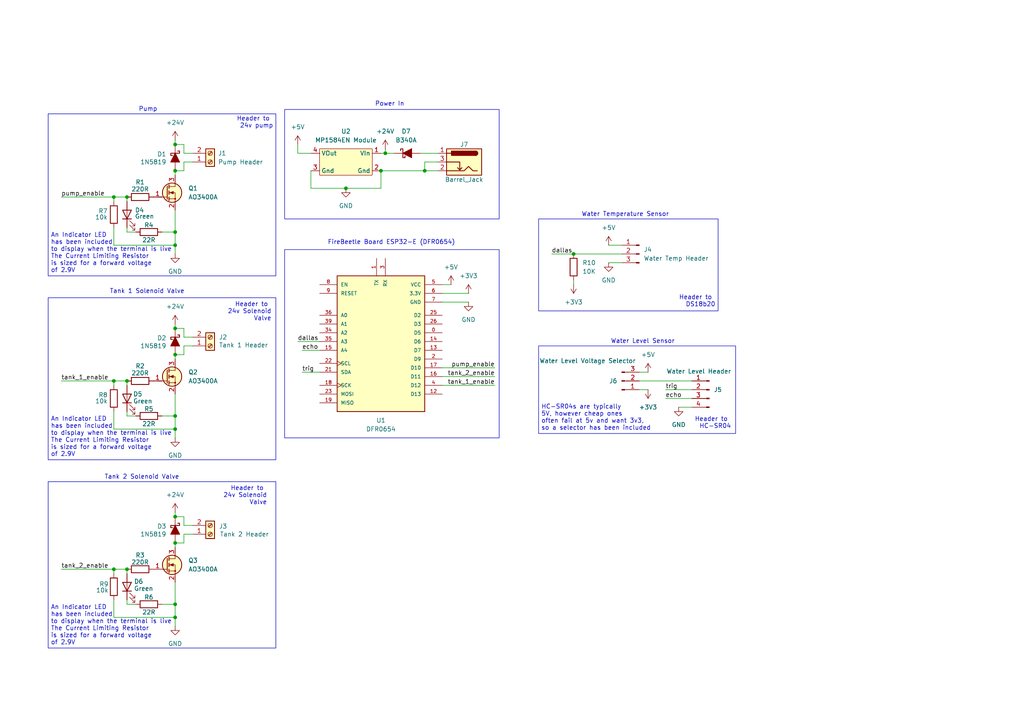
<source format=kicad_sch>
(kicad_sch (version 20250114) (generator "eeschema") (generator_version "9.0")
  (paper "A4")
  (lib_symbols
    (symbol "Connector:Barrel_Jack_Switch" (pin_names (hide yes))
      (property "Reference" "J" (at 0 5.334 0))
      (property "Value" "Barrel_Jack_Switch" (at 0 -5.08 0))
      (symbol "Barrel_Jack_Switch_0_1"
        (rectangle (start -5.08 3.81) (end 5.08 -3.81) (stroke (width 0.254)) (fill (type background)))
        (polyline (pts (xy -3.81 -2.54) (xy -2.54 -2.54) (xy -1.27 -1.27) (xy 0 -2.54) (xy 2.54 -2.54) (xy 5.08 -2.54)) (stroke (width 0.254)))
        (arc (start -3.302 1.905) (mid -3.9343 2.54) (end -3.302 3.175) (stroke (width 0.254)))
        (arc (start -3.302 1.905) (mid -3.9343 2.54) (end -3.302 3.175) (stroke (width 0.254)) (fill (type outline)))
        (polyline (pts (xy 1.27 -2.286) (xy 1.905 -1.651)) (stroke (width 0.254)))
        (rectangle (start 3.683 3.175) (end -3.302 1.905) (stroke (width 0.254)) (fill (type outline)))
        (polyline (pts (xy 5.08 2.54) (xy 3.81 2.54)) (stroke (width 0.254)))
        (polyline (pts (xy 5.08 0) (xy 1.27 0) (xy 1.27 -2.286) (xy 0.635 -1.651)) (stroke (width 0.254)))
      )
      (symbol "Barrel_Jack_Switch_1_1"
        (pin passive line (at 7.62 2.54 180) (length 2.54) (name "~") (number "1"))
        (pin passive line (at 7.62 0 180) (length 2.54) (name "~") (number "3"))
        (pin passive line (at 7.62 -2.54 180) (length 2.54) (name "~") (number "2"))
      )
    )
    (symbol "Connector:Conn_01x03_Pin" (pin_names (offset 1.016) (hide yes))
      (property "Reference" "J" (at 0 5.08 0))
      (property "Value" "Conn_01x03_Pin" (at 0 -5.08 0))
      (symbol "Conn_01x03_Pin_1_1"
        (rectangle (start 0.8636 2.667) (end 0 2.413) (stroke (width 0.1524)) (fill (type outline)))
        (rectangle (start 0.8636 0.127) (end 0 -0.127) (stroke (width 0.1524)) (fill (type outline)))
        (rectangle (start 0.8636 -2.413) (end 0 -2.667) (stroke (width 0.1524)) (fill (type outline)))
        (polyline (pts (xy 1.27 2.54) (xy 0.8636 2.54)) (stroke (width 0.1524)))
        (polyline (pts (xy 1.27 0) (xy 0.8636 0)) (stroke (width 0.1524)))
        (polyline (pts (xy 1.27 -2.54) (xy 0.8636 -2.54)) (stroke (width 0.1524)))
        (pin passive line (at 5.08 2.54 180) (length 3.81) (name "Pin_1") (number "1"))
        (pin passive line (at 5.08 0 180) (length 3.81) (name "Pin_2") (number "2"))
        (pin passive line (at 5.08 -2.54 180) (length 3.81) (name "Pin_3") (number "3"))
      )
    )
    (symbol "Connector:Conn_01x04_Pin" (pin_names (offset 1.016) (hide yes))
      (property "Reference" "J" (at 0 5.08 0))
      (property "Value" "Conn_01x04_Pin" (at 0 -7.62 0))
      (symbol "Conn_01x04_Pin_1_1"
        (rectangle (start 0.8636 2.667) (end 0 2.413) (stroke (width 0.1524)) (fill (type outline)))
        (rectangle (start 0.8636 0.127) (end 0 -0.127) (stroke (width 0.1524)) (fill (type outline)))
        (rectangle (start 0.8636 -2.413) (end 0 -2.667) (stroke (width 0.1524)) (fill (type outline)))
        (rectangle (start 0.8636 -4.953) (end 0 -5.207) (stroke (width 0.1524)) (fill (type outline)))
        (polyline (pts (xy 1.27 2.54) (xy 0.8636 2.54)) (stroke (width 0.1524)))
        (polyline (pts (xy 1.27 0) (xy 0.8636 0)) (stroke (width 0.1524)))
        (polyline (pts (xy 1.27 -2.54) (xy 0.8636 -2.54)) (stroke (width 0.1524)))
        (polyline (pts (xy 1.27 -5.08) (xy 0.8636 -5.08)) (stroke (width 0.1524)))
        (pin passive line (at 5.08 2.54 180) (length 3.81) (name "Pin_1") (number "1"))
        (pin passive line (at 5.08 0 180) (length 3.81) (name "Pin_2") (number "2"))
        (pin passive line (at 5.08 -2.54 180) (length 3.81) (name "Pin_3") (number "3"))
        (pin passive line (at 5.08 -5.08 180) (length 3.81) (name "Pin_4") (number "4"))
      )
    )
    (symbol "Connector:Screw_Terminal_01x02" (pin_names (offset 1.016) (hide yes))
      (property "Reference" "J" (at 0 2.54 0))
      (property "Value" "Screw_Terminal_01x02" (at 0 -5.08 0))
      (symbol "Screw_Terminal_01x02_1_1"
        (rectangle (start -1.27 1.27) (end 1.27 -3.81) (stroke (width 0.254)) (fill (type background)))
        (polyline (pts (xy -0.5334 0.3302) (xy 0.3302 -0.508)) (stroke (width 0.1524)))
        (polyline (pts (xy -0.5334 -2.2098) (xy 0.3302 -3.048)) (stroke (width 0.1524)))
        (polyline (pts (xy -0.3556 0.508) (xy 0.508 -0.3302)) (stroke (width 0.1524)))
        (polyline (pts (xy -0.3556 -2.032) (xy 0.508 -2.8702)) (stroke (width 0.1524)))
        (circle (center 0 0) (radius 0.635) (stroke (width 0.1524)))
        (circle (center 0 -2.54) (radius 0.635) (stroke (width 0.1524)))
        (pin passive line (at -5.08 0 0) (length 3.81) (name "Pin_1") (number "1"))
        (pin passive line (at -5.08 -2.54 0) (length 3.81) (name "Pin_2") (number "2"))
      )
    )
    (symbol "DFR0654:DFR0654" (pin_names (offset 1.016))
      (property "Reference" "U" (at -12.7 26.162 0))
      (property "Value" "DFR0654" (at -12.446 -16.51 0))
      (symbol "DFR0654_0_0"
        (rectangle (start -12.7 25.4) (end 12.7 -13.97) (stroke (width 0.254)) (fill (type background)))
        (pin input line (at -17.78 22.86 0) (length 5.08) (name "EN") (number "8"))
        (pin input line (at -17.78 20.32 0) (length 5.08) (name "RESET") (number "9"))
        (pin input line (at -17.78 13.97 0) (length 5.08) (name "A0") (number "36"))
        (pin input line (at -17.78 11.43 0) (length 5.08) (name "A1") (number "39"))
        (pin input line (at -17.78 8.89 0) (length 5.08) (name "A2") (number "34"))
        (pin input line (at -17.78 6.35 0) (length 5.08) (name "A3") (number "35"))
        (pin bidirectional line (at -17.78 3.81 0) (length 5.08) (name "A4") (number "15"))
        (pin bidirectional clock (at -17.78 0 0) (length 5.08) (name "SCL") (number "22"))
        (pin bidirectional line (at -17.78 -2.54 0) (length 5.08) (name "SDA") (number "21"))
        (pin bidirectional clock (at -17.78 -6.35 0) (length 5.08) (name "SCK") (number "18"))
        (pin input line (at -17.78 -8.89 0) (length 5.08) (name "MOSI") (number "23"))
        (pin output line (at -17.78 -11.43 0) (length 5.08) (name "MISO") (number "19"))
        (pin power_in line (at 17.78 22.86 180) (length 5.08) (name "VCC") (number "5"))
        (pin power_in line (at 17.78 20.32 180) (length 5.08) (name "3.3V") (number "6"))
        (pin power_in line (at 17.78 17.78 180) (length 5.08) (name "GND") (number "7"))
        (pin bidirectional line (at 17.78 13.97 180) (length 5.08) (name "D2") (number "25"))
        (pin bidirectional line (at 17.78 11.43 180) (length 5.08) (name "D3") (number "26"))
        (pin bidirectional line (at 17.78 8.89 180) (length 5.08) (name "D5") (number "0"))
        (pin bidirectional line (at 17.78 6.35 180) (length 5.08) (name "D6") (number "14"))
        (pin bidirectional line (at 17.78 3.81 180) (length 5.08) (name "D7") (number "13"))
        (pin bidirectional line (at 17.78 1.27 180) (length 5.08) (name "D9") (number "2"))
        (pin bidirectional line (at 17.78 -1.27 180) (length 5.08) (name "D10") (number "17"))
        (pin bidirectional line (at 17.78 -3.81 180) (length 5.08) (name "D11") (number "16"))
        (pin bidirectional line (at 17.78 -6.35 180) (length 5.08) (name "D12") (number "4"))
        (pin bidirectional line (at 17.78 -8.89 180) (length 5.08) (name "D13") (number "12"))
      )
      (symbol "DFR0654_1_0"
        (pin output line (at -1.27 30.48 270) (length 5.08) (name "TX") (number "1"))
        (pin input line (at 1.27 30.48 270) (length 5.08) (name "RX") (number "3"))
      )
    )
    (symbol "Device:LED" (pin_numbers (hide yes)) (pin_names (offset 1.016) (hide yes))
      (property "Reference" "D" (at 0 2.54 0))
      (property "Value" "LED" (at 0 -2.54 0))
      (symbol "LED_0_1"
        (polyline (pts (xy -3.048 -0.762) (xy -4.572 -2.286) (xy -3.81 -2.286) (xy -4.572 -2.286) (xy -4.572 -1.524)))
        (polyline (pts (xy -1.778 -0.762) (xy -3.302 -2.286) (xy -2.54 -2.286) (xy -3.302 -2.286) (xy -3.302 -1.524)))
        (polyline (pts (xy -1.27 0) (xy 1.27 0)))
        (polyline (pts (xy -1.27 -1.27) (xy -1.27 1.27)) (stroke (width 0.254)))
        (polyline (pts (xy 1.27 -1.27) (xy 1.27 1.27) (xy -1.27 0) (xy 1.27 -1.27)) (stroke (width 0.254)))
      )
      (symbol "LED_1_1"
        (pin passive line (at -3.81 0 0) (length 2.54) (name "K") (number "1"))
        (pin passive line (at 3.81 0 180) (length 2.54) (name "A") (number "2"))
      )
    )
    (symbol "Device:R" (pin_numbers (hide yes)) (pin_names (offset 0))
      (property "Reference" "R" (at 2.032 0 90))
      (property "Value" "R" (at 0 0 90))
      (symbol "R_0_1"
        (rectangle (start -1.016 -2.54) (end 1.016 2.54) (stroke (width 0.254)))
      )
      (symbol "R_1_1"
        (pin passive line (at 0 3.81 270) (length 1.27) (name "~") (number "1"))
        (pin passive line (at 0 -3.81 90) (length 1.27) (name "~") (number "2"))
      )
    )
    (symbol "PCM_Diode_Schottky_AKL:B340A" (pin_numbers (hide yes)) (pin_names (offset 1.016) (hide yes))
      (property "Reference" "D" (at 0 5.08 0))
      (property "Value" "B340A" (at 0 2.54 0))
      (symbol "B340A_0_1"
        (polyline (pts (xy -1.27 0) (xy 1.27 0)))
        (polyline (pts (xy -1.27 -1.27) (xy -1.27 1.27) (xy 1.27 0) (xy -1.27 -1.27)) (stroke (width 0.254)) (fill (type outline)))
        (polyline (pts (xy 1.905 -0.762) (xy 1.905 -1.27) (xy 1.27 -1.27) (xy 1.27 1.27) (xy 0.635 1.27) (xy 0.635 0.762)) (stroke (width 0.254)))
      )
      (symbol "B340A_0_2"
        (polyline (pts (xy -2.54 -2.54) (xy 2.54 2.54)))
        (polyline (pts (xy -0.889 -0.889) (xy -1.778 0) (xy 0.889 0.889) (xy 0 -1.778) (xy -0.889 -0.889)) (stroke (width 0.254)) (fill (type outline)))
        (polyline (pts (xy 0 1.778) (xy 1.778 0)) (stroke (width 0.254)))
        (polyline (pts (xy 0 1.778) (xy -0.381 1.397) (xy 0 1.016)) (stroke (width 0.254)))
        (polyline (pts (xy 1.778 0) (xy 2.159 0.381) (xy 1.778 0.762)) (stroke (width 0.254)))
      )
      (symbol "B340A_1_1"
        (pin passive line (at -3.81 0 0) (length 2.54) (name "A") (number "2"))
        (pin passive line (at 3.81 0 180) (length 2.54) (name "K") (number "1"))
      )
      (symbol "B340A_1_2"
        (pin passive line (at -2.54 -2.54 0) (length 0) (name "A") (number "2"))
        (pin passive line (at 2.54 2.54 180) (length 0) (name "K") (number "1"))
      )
    )
    (symbol "PCM_Diode_Schottky_AKL:D_Schottky_Generic" (pin_numbers (hide yes)) (pin_names (offset 1.016) (hide yes))
      (property "Reference" "D" (at 0 7.62 0))
      (property "Value" "D_Schottky_Generic" (at 0 5.08 0))
      (symbol "D_Schottky_Generic_0_1"
        (polyline (pts (xy -1.27 0) (xy 1.27 0)))
        (polyline (pts (xy -1.27 -1.27) (xy -1.27 1.27) (xy 1.27 0) (xy -1.27 -1.27)) (stroke (width 0.254)) (fill (type outline)))
        (polyline (pts (xy 1.905 -0.762) (xy 1.905 -1.27) (xy 1.27 -1.27) (xy 1.27 1.27) (xy 0.635 1.27) (xy 0.635 0.762)) (stroke (width 0.254)))
      )
      (symbol "D_Schottky_Generic_0_2"
        (polyline (pts (xy -2.54 -2.54) (xy 2.54 2.54)))
        (polyline (pts (xy -0.889 -0.889) (xy -1.778 0) (xy 0.889 0.889) (xy 0 -1.778) (xy -0.889 -0.889)) (stroke (width 0.254)) (fill (type outline)))
        (polyline (pts (xy 0 1.778) (xy 1.778 0)) (stroke (width 0.254)))
        (polyline (pts (xy 0 1.778) (xy -0.381 1.397) (xy 0 1.016)) (stroke (width 0.254)))
        (polyline (pts (xy 1.778 0) (xy 2.159 0.381) (xy 1.778 0.762)) (stroke (width 0.254)))
      )
      (symbol "D_Schottky_Generic_1_1"
        (pin passive line (at -3.81 0 0) (length 2.54) (name "A") (number "2"))
        (pin passive line (at 3.81 0 180) (length 2.54) (name "K") (number "1"))
      )
      (symbol "D_Schottky_Generic_1_2"
        (pin passive line (at -2.54 -2.54 0) (length 0) (name "A") (number "2"))
        (pin passive line (at 2.54 2.54 180) (length 0) (name "K") (number "1"))
      )
    )
    (symbol "PCM_Transistor_MOSFET_AKL:AO3400A" (pin_names (hide yes))
      (property "Reference" "Q" (at 5.08 1.27 0))
      (property "Value" "AO3400A" (at 5.08 -1.27 0))
      (symbol "AO3400A_0_1"
        (polyline (pts (xy 0.254 1.905) (xy 0.254 -1.905)) (stroke (width 0.254)))
        (polyline (pts (xy 0.254 -1.27) (xy -2.54 -1.27)))
        (polyline (pts (xy 0.762 2.286) (xy 0.762 1.27)) (stroke (width 0.254)))
        (polyline (pts (xy 0.762 0.508) (xy 0.762 -0.508)) (stroke (width 0.254)))
        (polyline (pts (xy 0.762 -1.27) (xy 0.762 -2.286)) (stroke (width 0.254)))
        (polyline (pts (xy 0.762 -1.778) (xy 2.54 -1.778)))
        (polyline (pts (xy 1.016 0) (xy 2.032 0.381) (xy 2.032 -0.381) (xy 1.016 0)) (fill (type outline)))
        (circle (center 1.651 0) (radius 2.794) (stroke (width 0.254)) (fill (type background)))
        (polyline (pts (xy 2.54 2.54) (xy 2.54 1.778)))
        (polyline (pts (xy 2.54 1.778) (xy 0.762 1.778)))
        (circle (center 2.54 -1.778) (radius 0.1778) (fill (type outline)))
        (polyline (pts (xy 2.54 -2.54) (xy 2.54 0) (xy 0.762 0)))
      )
      (symbol "AO3400A_1_1"
        (pin input line (at -3.81 -1.27 0) (length 2.54) (name "G") (number "1"))
        (pin passive line (at 2.54 5.08 270) (length 2.54) (name "D") (number "3"))
        (pin passive line (at 2.54 -5.08 90) (length 2.54) (name "S") (number "2"))
      )
    )
    (symbol "jacobs-libs:MP1584EN_Module"
      (property "Reference" "U" (at -7.112 4.826 0))
      (property "Value" "MP1584EN Module" (at 1.016 -4.826 0))
      (symbol "MP1584EN_Module_1_1"
        (rectangle (start -7.62 3.81) (end 7.62 -3.81) (fill (type background)))
        (pin power_out line (at -10.16 2.54 0) (length 2.54) (name "VOut") (number "4"))
        (pin power_out line (at -10.16 -2.54 0) (length 2.54) (name "Gnd") (number "3"))
        (pin power_in line (at 10.16 2.54 180) (length 2.54) (name "VIn") (number "1"))
        (pin power_in line (at 10.16 -2.54 180) (length 2.54) (name "Gnd") (number "2"))
      )
    )
    (symbol "power:+24V" (power) (pin_numbers (hide yes)) (pin_names (offset 0) (hide yes))
      (property "Value" "+24V" (at 0 3.556 0))
      (symbol "+24V_0_1"
        (polyline (pts (xy -0.762 1.27) (xy 0 2.54)))
        (polyline (pts (xy 0 2.54) (xy 0.762 1.27)))
        (polyline (pts (xy 0 0) (xy 0 2.54)))
      )
      (symbol "+24V_1_1"
        (pin power_in line (at 0 0 90) (length 0) (name "~") (number "1"))
      )
    )
    (symbol "power:+3V3" (power) (pin_numbers (hide yes)) (pin_names (offset 0) (hide yes))
      (property "Value" "+3V3" (at 0 3.556 0))
      (symbol "+3V3_0_1"
        (polyline (pts (xy -0.762 1.27) (xy 0 2.54)))
        (polyline (pts (xy 0 2.54) (xy 0.762 1.27)))
        (polyline (pts (xy 0 0) (xy 0 2.54)))
      )
      (symbol "+3V3_1_1"
        (pin power_in line (at 0 0 90) (length 0) (name "~") (number "1"))
      )
    )
    (symbol "power:+5V" (power) (pin_numbers (hide yes)) (pin_names (offset 0) (hide yes))
      (property "Value" "+5V" (at 0 3.556 0))
      (symbol "+5V_0_1"
        (polyline (pts (xy -0.762 1.27) (xy 0 2.54)))
        (polyline (pts (xy 0 2.54) (xy 0.762 1.27)))
        (polyline (pts (xy 0 0) (xy 0 2.54)))
      )
      (symbol "+5V_1_1"
        (pin power_in line (at 0 0 90) (length 0) (name "~") (number "1"))
      )
    )
    (symbol "power:GND" (power) (pin_numbers (hide yes)) (pin_names (offset 0) (hide yes))
      (property "Value" "GND" (at 0 -3.81 0))
      (symbol "GND_0_1"
        (polyline (pts (xy 0 0) (xy 0 -1.27) (xy 1.27 -1.27) (xy 0 -2.54) (xy -1.27 -1.27) (xy 0 -1.27)))
      )
      (symbol "GND_1_1"
        (pin power_in line (at 0 0 270) (length 0) (name "~") (number "1"))
      )
    )
  )
  (rectangle (start 13.97 139.7) (end 80.01 187.96))
  (rectangle (start 82.55 31.75) (end 144.78 63.5))
  (rectangle (start 13.97 33.02) (end 80.01 80.01))
  (rectangle (start 156.21 100.33) (end 213.36 125.73))
  (rectangle (start 82.55 72.39) (end 144.78 127))
  (rectangle (start 13.97 86.36) (end 80.01 133.35))
  (rectangle (start 156.21 63.5) (end 208.28 90.17))
  (text "Water Level Sensor" (at 186.436 99.06 0) (effects (font (size 1.27 1.27))))
  (text "Tank 1 Solenoid Valve" (at 42.672 84.582 0) (effects (font (size 1.27 1.27))))
  (text "Water Temperature Sensor" (at 181.356 62.23 0) (effects (font (size 1.27 1.27))))
  (text "An Indicator LED \nhas been included \nto display when the terminal is live \nThe Current Limiting Resistor \nis sized for a forward voltage \nof 2.9V" (at 14.732 187.198 0) (effects (font (size 1.27 1.27)) (justify left bottom)))
  (text "FireBeetle Board ESP32-E (DFR0654)" (at 113.538 70.358 0) (effects (font (size 1.27 1.27))))
  (text "Header to \nHC-SR04" (at 212.09 124.46 0) (effects (font (size 1.27 1.27)) (justify right bottom)))
  (text "Power In" (at 113.03 30.226 0) (effects (font (size 1.27 1.27))))
  (text "Header to \n24v Solenoid\nValve" (at 77.47 140.97 0) (effects (font (size 1.27 1.27)) (justify right top)))
  (text "Tank 2 Solenoid Valve" (at 41.148 138.43 0) (effects (font (size 1.27 1.27))))
  (text "Pump" (at 42.926 31.75 0) (effects (font (size 1.27 1.27))))
  (text "HC-SR04s are typically\n5V, however cheap ones\noften fail at 5v and want 3v3,\nso a selector has been included\n" (at 156.972 124.968 0) (effects (font (size 1.27 1.27)) (justify left bottom)))
  (text "Header to \nDS18b20" (at 207.518 89.154 0) (effects (font (size 1.27 1.27)) (justify right bottom)))
  (text "Header to \n24v pump" (at 79.248 33.782 0) (effects (font (size 1.27 1.27)) (justify right top)))
  (text "Header to \n24v Solenoid\nValve" (at 78.74 87.63 0) (effects (font (size 1.27 1.27)) (justify right top)))
  (text "An Indicator LED \nhas been included \nto display when the terminal is live \nThe Current Limiting Resistor \nis sized for a forward voltage \nof 2.9V" (at 14.732 79.248 0) (effects (font (size 1.27 1.27)) (justify left bottom)))
  (text "An Indicator LED \nhas been included \nto display when the terminal is live \nThe Current Limiting Resistor \nis sized for a forward voltage \nof 2.9V" (at 14.732 132.588 0) (effects (font (size 1.27 1.27)) (justify left bottom)))
  (junction (at 36.83 57.15))
  (junction (at 50.8 157.48))
  (junction (at 50.8 67.31))
  (junction (at 33.02 110.49))
  (junction (at 50.8 102.87))
  (junction (at 50.8 71.12))
  (junction (at 50.8 95.25))
  (junction (at 123.19 49.53))
  (junction (at 36.83 110.49))
  (junction (at 50.8 49.53))
  (junction (at 110.49 49.53))
  (junction (at 166.37 73.66))
  (junction (at 33.02 57.15))
  (junction (at 36.83 165.1))
  (junction (at 50.8 179.07))
  (junction (at 111.76 44.45))
  (junction (at 50.8 120.65))
  (junction (at 100.33 54.61))
  (junction (at 50.8 149.86))
  (junction (at 50.8 41.91))
  (junction (at 50.8 124.46))
  (junction (at 33.02 165.1))
  (junction (at 50.8 175.26))
  (wire (pts (xy 121.92 44.45) (xy 127 44.45)))
  (wire (pts (xy 127 46.99) (xy 123.19 46.99)))
  (wire (pts (xy 53.34 97.79) (xy 55.88 97.79)))
  (wire (pts (xy 36.83 111.76) (xy 36.83 110.49)))
  (wire (pts (xy 53.34 152.4) (xy 55.88 152.4)))
  (wire (pts (xy 36.83 120.65) (xy 36.83 119.38)))
  (wire (pts (xy 39.37 120.65) (xy 36.83 120.65)))
  (wire (pts (xy 86.36 41.91) (xy 86.36 44.45)))
  (wire (pts (xy 128.27 87.63) (xy 135.89 87.63)))
  (wire (pts (xy 87.63 101.6) (xy 92.71 101.6)))
  (wire (pts (xy 86.36 44.45) (xy 90.17 44.45)))
  (wire (pts (xy 176.53 76.2) (xy 180.34 76.2)))
  (wire (pts (xy 53.34 46.99) (xy 53.34 49.53)))
  (wire (pts (xy 166.37 81.28) (xy 166.37 82.55)))
  (wire (pts (xy 50.8 168.91) (xy 50.8 175.26)))
  (wire (pts (xy 90.17 49.53) (xy 90.17 54.61)))
  (wire (pts (xy 123.19 46.99) (xy 123.19 49.53)))
  (wire (pts (xy 50.8 127) (xy 50.8 124.46)))
  (wire (pts (xy 110.49 49.53) (xy 110.49 54.61)))
  (wire (pts (xy 53.34 44.45) (xy 55.88 44.45)))
  (wire (pts (xy 128.27 82.55) (xy 130.81 82.55)))
  (wire (pts (xy 55.88 100.33) (xy 53.34 100.33)))
  (wire (pts (xy 36.83 67.31) (xy 39.37 67.31)))
  (wire (pts (xy 193.04 115.57) (xy 200.66 115.57)))
  (wire (pts (xy 50.8 40.64) (xy 50.8 41.91)))
  (wire (pts (xy 110.49 54.61) (xy 100.33 54.61)))
  (wire (pts (xy 50.8 71.12) (xy 50.8 67.31)))
  (wire (pts (xy 123.19 49.53) (xy 127 49.53)))
  (wire (pts (xy 53.34 41.91) (xy 50.8 41.91)))
  (wire (pts (xy 128.27 109.22) (xy 143.51 109.22)))
  (wire (pts (xy 50.8 179.07) (xy 50.8 175.26)))
  (wire (pts (xy 50.8 49.53) (xy 50.8 50.8)))
  (wire (pts (xy 46.99 175.26) (xy 50.8 175.26)))
  (wire (pts (xy 33.02 110.49) (xy 36.83 110.49)))
  (wire (pts (xy 50.8 181.61) (xy 50.8 179.07)))
  (wire (pts (xy 176.53 71.12) (xy 180.34 71.12)))
  (wire (pts (xy 55.88 46.99) (xy 53.34 46.99)))
  (wire (pts (xy 110.49 49.53) (xy 123.19 49.53)))
  (wire (pts (xy 196.85 118.11) (xy 200.66 118.11)))
  (wire (pts (xy 33.02 119.38) (xy 33.02 124.46)))
  (wire (pts (xy 50.8 158.75) (xy 50.8 157.48)))
  (wire (pts (xy 46.99 120.65) (xy 50.8 120.65)))
  (wire (pts (xy 17.78 110.49) (xy 33.02 110.49)))
  (wire (pts (xy 53.34 95.25) (xy 53.34 97.79)))
  (wire (pts (xy 50.8 60.96) (xy 50.8 67.31)))
  (wire (pts (xy 33.02 57.15) (xy 36.83 57.15)))
  (wire (pts (xy 39.37 175.26) (xy 36.83 175.26)))
  (wire (pts (xy 53.34 157.48) (xy 53.34 154.94)))
  (wire (pts (xy 50.8 120.65) (xy 50.8 124.46)))
  (wire (pts (xy 33.02 173.99) (xy 33.02 179.07)))
  (wire (pts (xy 185.42 113.03) (xy 187.96 113.03)))
  (wire (pts (xy 193.04 113.03) (xy 200.66 113.03)))
  (wire (pts (xy 33.02 124.46) (xy 50.8 124.46)))
  (wire (pts (xy 50.8 102.87) (xy 50.8 104.14)))
  (wire (pts (xy 53.34 154.94) (xy 55.88 154.94)))
  (wire (pts (xy 33.02 66.04) (xy 33.02 71.12)))
  (wire (pts (xy 185.42 107.95) (xy 187.96 107.95)))
  (wire (pts (xy 33.02 179.07) (xy 50.8 179.07)))
  (wire (pts (xy 53.34 152.4) (xy 53.34 149.86)))
  (wire (pts (xy 53.34 100.33) (xy 53.34 102.87)))
  (wire (pts (xy 111.76 44.45) (xy 114.3 44.45)))
  (wire (pts (xy 87.63 107.95) (xy 92.71 107.95)))
  (wire (pts (xy 50.8 148.59) (xy 50.8 149.86)))
  (wire (pts (xy 33.02 57.15) (xy 33.02 58.42)))
  (wire (pts (xy 53.34 44.45) (xy 53.34 41.91)))
  (wire (pts (xy 185.42 110.49) (xy 200.66 110.49)))
  (wire (pts (xy 160.02 73.66) (xy 166.37 73.66)))
  (wire (pts (xy 50.8 49.53) (xy 53.34 49.53)))
  (wire (pts (xy 36.83 67.31) (xy 36.83 66.04)))
  (wire (pts (xy 90.17 54.61) (xy 100.33 54.61)))
  (wire (pts (xy 17.78 57.15) (xy 33.02 57.15)))
  (wire (pts (xy 36.83 58.42) (xy 36.83 57.15)))
  (wire (pts (xy 50.8 73.66) (xy 50.8 71.12)))
  (wire (pts (xy 50.8 102.87) (xy 53.34 102.87)))
  (wire (pts (xy 17.78 165.1) (xy 33.02 165.1)))
  (wire (pts (xy 166.37 73.66) (xy 180.34 73.66)))
  (wire (pts (xy 36.83 175.26) (xy 36.83 173.99)))
  (wire (pts (xy 50.8 93.98) (xy 50.8 95.25)))
  (wire (pts (xy 33.02 71.12) (xy 50.8 71.12)))
  (wire (pts (xy 53.34 149.86) (xy 50.8 149.86)))
  (wire (pts (xy 50.8 114.3) (xy 50.8 120.65)))
  (wire (pts (xy 111.76 44.45) (xy 111.76 43.18)))
  (wire (pts (xy 110.49 44.45) (xy 111.76 44.45)))
  (wire (pts (xy 33.02 166.37) (xy 33.02 165.1)))
  (wire (pts (xy 33.02 111.76) (xy 33.02 110.49)))
  (wire (pts (xy 86.36 99.06) (xy 92.71 99.06)))
  (wire (pts (xy 46.99 67.31) (xy 50.8 67.31)))
  (wire (pts (xy 33.02 165.1) (xy 36.83 165.1)))
  (wire (pts (xy 128.27 111.76) (xy 143.51 111.76)))
  (wire (pts (xy 50.8 95.25) (xy 53.34 95.25)))
  (wire (pts (xy 36.83 166.37) (xy 36.83 165.1)))
  (wire (pts (xy 128.27 85.09) (xy 135.89 85.09)))
  (wire (pts (xy 50.8 157.48) (xy 53.34 157.48)))
  (wire (pts (xy 128.27 106.68) (xy 143.51 106.68)))
  (label "dallas" (at 160.02 73.66 0))
  (label "echo" (at 193.04 115.57 0))
  (label "tank_2_enable" (at 17.78 165.1 0))
  (label "trig" (at 193.04 113.03 0))
  (label "pump_enable" (at 17.78 57.15 0))
  (label "tank_1_enable" (at 143.51 111.76 180))
  (label "trig" (at 87.63 107.95 0))
  (label "echo" (at 87.63 101.6 0))
  (label "tank_2_enable" (at 143.51 109.22 180))
  (label "pump_enable" (at 143.51 106.68 180))
  (label "dallas" (at 86.36 99.06 0))
  (label "tank_1_enable" (at 17.78 110.49 0))
  (symbol (lib_id "PCM_Transistor_MOSFET_AKL:AO3400A") (at 48.26 55.88 0) (unit 1)
    (property "Reference" "Q1" (at 54.61 54.6099 0) (effects (justify left)))
    (property "Value" "AO3400A" (at 54.61 57.1499 0) (effects (justify left)))
    (property "Footprint" "PCM_Package_TO_SOT_SMD_AKL:SOT-23_BigPads" (effects (hide yes)))
    (property "Datasheet" "https://www.tme.eu/Document/d4ede4a51fd4cb2a092d6e1960f91635/AO3400A.pdf" (effects (hide yes)))
    (property "Description" "SOT-23 N-MOSFET enchancement mode transistor, 30V, 5.7A, 1.4W, Alternate KiCAD Library" (effects (hide yes)))
  )
  (symbol (lib_id "power:+3V3") (at 166.37 82.55 180) (unit 1)
    (property "Reference" "#PWR09" (effects (hide yes)))
    (property "Value" "+3V3" (at 166.37 87.63 0))
    (property "Description" "Power symbol creates a global label with name \"+3V3\"" (effects (hide yes)))
  )
  (symbol (lib_id "Device:R") (at 33.02 62.23 180) (unit 1)
    (property "Reference" "R7" (at 31.242 61.214 0) (effects (justify left)))
    (property "Value" "10k" (at 31.242 62.992 0) (effects (justify left)))
    (property "Footprint" "Resistor_SMD:R_0805_2012Metric_Pad1.20x1.40mm_HandSolder" (effects (hide yes)))
    (property "Description" "Resistor" (effects (hide yes)))
  )
  (symbol (lib_id "power:+5V") (at 187.96 107.95 0) (unit 1)
    (property "Reference" "#PWR011" (effects (hide yes)))
    (property "Value" "+5V" (at 187.96 102.87 0))
    (property "Description" "Power symbol creates a global label with name \"+5V\"" (effects (hide yes)))
  )
  (symbol (lib_id "Connector:Conn_01x03_Pin") (at 185.42 73.66 0) (mirror y) (unit 1)
    (property "Reference" "J4" (at 186.69 72.3899 0) (effects (justify right)))
    (property "Value" "Water Temp Header" (at 186.69 74.9299 0) (effects (justify right)))
    (property "Footprint" "Connector_PinHeader_2.54mm:PinHeader_1x03_P2.54mm_Vertical" (effects (hide yes)))
    (property "Description" "Generic connector, single row, 01x03, script generated" (effects (hide yes)))
  )
  (symbol (lib_id "power:GND") (at 135.89 87.63 0) (unit 1)
    (property "Reference" "#PWR06" (effects (hide yes)))
    (property "Value" "GND" (at 135.89 92.71 0))
    (property "Description" "Power symbol creates a global label with name \"GND\" , ground" (effects (hide yes)))
  )
  (symbol (lib_id "power:GND") (at 50.8 181.61 0) (unit 1)
    (property "Reference" "#PWR018" (effects (hide yes)))
    (property "Value" "GND" (at 50.8 186.69 0))
    (property "Description" "Power symbol creates a global label with name \"GND\" , ground" (effects (hide yes)))
  )
  (symbol (lib_id "Device:R") (at 33.02 170.18 180) (unit 1)
    (property "Reference" "R9" (at 31.496 169.418 0) (effects (justify left)))
    (property "Value" "10k" (at 31.496 171.196 0) (effects (justify left)))
    (property "Footprint" "Resistor_SMD:R_0805_2012Metric_Pad1.20x1.40mm_HandSolder" (effects (hide yes)))
    (property "Description" "Resistor" (effects (hide yes)))
  )
  (symbol (lib_id "power:+5V") (at 86.36 41.91 0) (unit 1)
    (property "Reference" "#PWR03" (effects (hide yes)))
    (property "Value" "+5V" (at 86.36 36.83 0))
    (property "Description" "Power symbol creates a global label with name \"+5V\"" (effects (hide yes)))
  )
  (symbol (lib_id "Device:R") (at 40.64 57.15 90) (unit 1)
    (property "Reference" "R1" (at 40.64 52.832 90))
    (property "Value" "220R" (at 40.64 54.864 90))
    (property "Footprint" "Resistor_SMD:R_0805_2012Metric_Pad1.20x1.40mm_HandSolder" (effects (hide yes)))
    (property "Description" "Resistor" (effects (hide yes)))
  )
  (symbol (lib_id "Device:LED") (at 36.83 62.23 90) (unit 1)
    (property "Reference" "D4" (at 39.116 60.96 90) (effects (justify right)))
    (property "Value" "Green" (at 39.116 62.738 90) (effects (justify right)))
    (property "Footprint" "LED_SMD:LED_0805_2012Metric_Pad1.15x1.40mm_HandSolder" (effects (hide yes)))
    (property "Description" "Light emitting diode" (effects (hide yes)))
    (property "Sim.Pins" "1=K 2=A" (effects (hide yes)))
  )
  (symbol (lib_id "Device:LED") (at 36.83 170.18 90) (unit 1)
    (property "Reference" "D6" (at 38.862 168.656 90) (effects (justify right)))
    (property "Value" "Green" (at 38.862 170.688 90) (effects (justify right)))
    (property "Footprint" "LED_SMD:LED_0805_2012Metric_Pad1.15x1.40mm_HandSolder" (effects (hide yes)))
    (property "Description" "Light emitting diode" (effects (hide yes)))
    (property "Sim.Pins" "1=K 2=A" (effects (hide yes)))
  )
  (symbol (lib_id "power:+5V") (at 130.81 82.55 0) (unit 1)
    (property "Reference" "#PWR04" (effects (hide yes)))
    (property "Value" "+5V" (at 130.81 77.47 0))
    (property "Description" "Power symbol creates a global label with name \"+5V\"" (effects (hide yes)))
  )
  (symbol (lib_id "power:+24V") (at 50.8 93.98 0) (unit 1)
    (property "Reference" "#PWR014" (effects (hide yes)))
    (property "Value" "+24V" (at 50.8 88.9 0))
    (property "Description" "Power symbol creates a global label with name \"+24V\"" (effects (hide yes)))
  )
  (symbol (lib_id "Connector:Conn_01x03_Pin") (at 180.34 110.49 0) (mirror x) (unit 1)
    (property "Reference" "J6" (at 179.07 110.49 0) (effects (justify right)))
    (property "Value" "Water Level Voltage Selector" (at 184.404 104.648 0) (effects (justify right)))
    (property "Footprint" "Connector_PinHeader_2.54mm:PinHeader_1x03_P2.54mm_Vertical" (effects (hide yes)))
    (property "Description" "Generic connector, single row, 01x03, script generated" (effects (hide yes)))
  )
  (symbol (lib_id "power:GND") (at 176.53 76.2 0) (unit 1)
    (property "Reference" "#PWR08" (effects (hide yes)))
    (property "Value" "GND" (at 176.53 81.28 0))
    (property "Description" "Power symbol creates a global label with name \"GND\" , ground" (effects (hide yes)))
  )
  (symbol (lib_id "power:+24V") (at 50.8 40.64 0) (unit 1)
    (property "Reference" "#PWR013" (effects (hide yes)))
    (property "Value" "+24V" (at 50.8 35.56 0))
    (property "Description" "Power symbol creates a global label with name \"+24V\"" (effects (hide yes)))
  )
  (symbol (lib_id "power:GND") (at 50.8 73.66 0) (unit 1)
    (property "Reference" "#PWR016" (effects (hide yes)))
    (property "Value" "GND" (at 50.8 78.74 0))
    (property "Description" "Power symbol creates a global label with name \"GND\" , ground" (effects (hide yes)))
  )
  (symbol (lib_id "PCM_Transistor_MOSFET_AKL:AO3400A") (at 48.26 109.22 0) (unit 1)
    (property "Reference" "Q2" (at 54.61 107.9499 0) (effects (justify left)))
    (property "Value" "AO3400A" (at 54.61 110.4899 0) (effects (justify left)))
    (property "Footprint" "PCM_Package_TO_SOT_SMD_AKL:SOT-23_BigPads" (effects (hide yes)))
    (property "Datasheet" "https://www.tme.eu/Document/d4ede4a51fd4cb2a092d6e1960f91635/AO3400A.pdf" (effects (hide yes)))
    (property "Description" "SOT-23 N-MOSFET enchancement mode transistor, 30V, 5.7A, 1.4W, Alternate KiCAD Library" (effects (hide yes)))
  )
  (symbol (lib_id "Connector:Screw_Terminal_01x02") (at 60.96 100.33 0) (mirror x) (unit 1)
    (property "Reference" "J2" (at 63.5 97.79 0) (effects (justify left)))
    (property "Value" "Tank 1 Header" (at 63.5 100.076 0) (effects (justify left)))
    (property "Footprint" "jacob-libs:TerminalBlock_MAX_MX127-5.0-02P_1x02_P5.00mm" (effects (hide yes)))
    (property "Description" "Generic screw terminal, single row, 01x02, script generated (kicad-library-utils/schlib/autogen/connector/)" (effects (hide yes)))
  )
  (symbol (lib_id "power:GND") (at 100.33 54.61 0) (unit 1)
    (property "Reference" "#PWR01" (effects (hide yes)))
    (property "Value" "GND" (at 100.33 59.69 0))
    (property "Description" "Power symbol creates a global label with name \"GND\" , ground" (effects (hide yes)))
  )
  (symbol (lib_id "power:GND") (at 50.8 127 0) (unit 1)
    (property "Reference" "#PWR017" (effects (hide yes)))
    (property "Value" "GND" (at 50.8 132.08 0))
    (property "Description" "Power symbol creates a global label with name \"GND\" , ground" (effects (hide yes)))
  )
  (symbol (lib_id "Connector:Barrel_Jack_Switch") (at 134.62 46.99 0) (mirror y) (unit 1)
    (property "Reference" "J7" (at 134.62 41.91 0))
    (property "Value" "Barrel_Jack" (at 134.62 52.07 0))
    (property "Footprint" "jacob-libs:BarrelJack_XKB_5A" (effects (hide yes)))
    (property "Description" "DC Barrel Jack with an internal switch" (effects (hide yes)))
  )
  (symbol (lib_id "PCM_Diode_Schottky_AKL:D_Schottky_Generic") (at 50.8 153.67 90) (unit 1)
    (property "Reference" "D3" (at 48.26 152.654 90) (effects (justify left)))
    (property "Value" "1N5819" (at 48.26 154.94 90) (effects (justify left)))
    (property "Footprint" "Diode_SMD:D_SOD-123" (effects (hide yes)))
    (property "Datasheet" "https://lcsc.com/datasheet/lcsc_datasheet_2412251151_Diodes-Incorporated-1N5819HW-7-F_C82544.pdf" (effects (hide yes)))
    (property "Description" "Schottky diode, Generic Symbol, Alternate KiCAD Library" (effects (hide yes)))
  )
  (symbol (lib_id "Device:LED") (at 36.83 115.57 90) (unit 1)
    (property "Reference" "D5" (at 38.608 114.3 90) (effects (justify right)))
    (property "Value" "Green" (at 38.608 116.332 90) (effects (justify right)))
    (property "Footprint" "LED_SMD:LED_0805_2012Metric_Pad1.15x1.40mm_HandSolder" (effects (hide yes)))
    (property "Description" "Light emitting diode" (effects (hide yes)))
    (property "Sim.Pins" "1=K 2=A" (effects (hide yes)))
  )
  (symbol (lib_id "power:+3V3") (at 135.89 85.09 0) (unit 1)
    (property "Reference" "#PWR05" (effects (hide yes)))
    (property "Value" "+3V3" (at 135.89 80.01 0))
    (property "Description" "Power symbol creates a global label with name \"+3V3\"" (effects (hide yes)))
  )
  (symbol (lib_id "PCM_Diode_Schottky_AKL:B340A") (at 118.11 44.45 180) (unit 1)
    (property "Reference" "D7" (at 117.7925 38.1 0))
    (property "Value" "B340A" (at 117.7925 40.64 0))
    (property "Footprint" "PCM_Diode_SMD_Handsoldering_AKL:D_SMA_BigPads" (effects (hide yes)))
    (property "Datasheet" "https://www.tme.eu/Document/bc0c2a3750e4027ba573945af2a701a7/B320A-13-F.pdf" (effects (hide yes)))
    (property "Description" "SMA Schottky diode, 40V, 3A, Alternate KiCAD Library" (effects (hide yes)))
  )
  (symbol (lib_id "Device:R") (at 43.18 120.65 90) (unit 1)
    (property "Reference" "R5" (at 43.18 118.618 90))
    (property "Value" "22R" (at 43.18 122.936 90))
    (property "Footprint" "Resistor_SMD:R_0805_2012Metric_Pad1.20x1.40mm_HandSolder" (effects (hide yes)))
    (property "Description" "Resistor" (effects (hide yes)))
  )
  (symbol (lib_id "power:+3V3") (at 187.96 113.03 180) (unit 1)
    (property "Reference" "#PWR012" (effects (hide yes)))
    (property "Value" "+3V3" (at 187.96 118.11 0))
    (property "Description" "Power symbol creates a global label with name \"+3V3\"" (effects (hide yes)))
  )
  (symbol (lib_id "power:+5V") (at 176.53 71.12 0) (unit 1)
    (property "Reference" "#PWR07" (effects (hide yes)))
    (property "Value" "+5V" (at 176.53 66.04 0))
    (property "Description" "Power symbol creates a global label with name \"+5V\"" (effects (hide yes)))
  )
  (symbol (lib_id "Device:R") (at 166.37 77.47 0) (unit 1)
    (property "Reference" "R10" (at 168.91 76.1999 0) (effects (justify left)))
    (property "Value" "10K" (at 168.91 78.7399 0) (effects (justify left)))
    (property "Footprint" "Resistor_SMD:R_0805_2012Metric_Pad1.20x1.40mm_HandSolder" (effects (hide yes)))
    (property "Description" "Resistor" (effects (hide yes)))
  )
  (symbol (lib_id "Connector:Conn_01x04_Pin") (at 205.74 113.03 0) (mirror y) (unit 1)
    (property "Reference" "J5" (at 207.01 113.0299 0) (effects (justify right)))
    (property "Value" "Water Level Header" (at 202.692 107.696 0))
    (property "Footprint" "Connector_PinHeader_2.54mm:PinHeader_1x04_P2.54mm_Vertical" (effects (hide yes)))
    (property "Description" "Generic connector, single row, 01x04, script generated" (effects (hide yes)))
  )
  (symbol (lib_id "Connector:Screw_Terminal_01x02") (at 60.96 46.99 0) (mirror x) (unit 1)
    (property "Reference" "J1" (at 63.246 44.45 0) (effects (justify left)))
    (property "Value" "Pump Header" (at 63.246 46.99 0) (effects (justify left)))
    (property "Footprint" "jacob-libs:TerminalBlock_MAX_MX127-5.0-02P_1x02_P5.00mm" (effects (hide yes)))
    (property "Description" "Generic screw terminal, single row, 01x02, script generated (kicad-library-utils/schlib/autogen/connector/)" (effects (hide yes)))
  )
  (symbol (lib_id "power:+24V") (at 111.76 43.18 0) (unit 1)
    (property "Reference" "#PWR02" (effects (hide yes)))
    (property "Value" "+24V" (at 111.76 38.1 0))
    (property "Description" "Power symbol creates a global label with name \"+24V\"" (effects (hide yes)))
  )
  (symbol (lib_id "Device:R") (at 40.64 165.1 90) (unit 1)
    (property "Reference" "R3" (at 40.64 161.036 90))
    (property "Value" "220R" (at 40.64 163.068 90))
    (property "Footprint" "Resistor_SMD:R_0805_2012Metric_Pad1.20x1.40mm_HandSolder" (effects (hide yes)))
    (property "Description" "Resistor" (effects (hide yes)))
  )
  (symbol (lib_id "Device:R") (at 33.02 115.57 180) (unit 1)
    (property "Reference" "R8" (at 31.242 114.554 0) (effects (justify left)))
    (property "Value" "10k" (at 31.242 116.332 0) (effects (justify left)))
    (property "Footprint" "Resistor_SMD:R_0805_2012Metric_Pad1.20x1.40mm_HandSolder" (effects (hide yes)))
    (property "Description" "Resistor" (effects (hide yes)))
  )
  (symbol (lib_id "PCM_Diode_Schottky_AKL:D_Schottky_Generic") (at 50.8 99.06 90) (unit 1)
    (property "Reference" "D2" (at 48.26 98.044 90) (effects (justify left)))
    (property "Value" "1N5819" (at 48.26 100.33 90) (effects (justify left)))
    (property "Footprint" "Diode_SMD:D_SOD-123" (effects (hide yes)))
    (property "Datasheet" "https://lcsc.com/datasheet/lcsc_datasheet_2412251151_Diodes-Incorporated-1N5819HW-7-F_C82544.pdf" (effects (hide yes)))
    (property "Description" "Schottky diode, Generic Symbol, Alternate KiCAD Library" (effects (hide yes)))
  )
  (symbol (lib_id "Device:R") (at 43.18 67.31 90) (unit 1)
    (property "Reference" "R4" (at 43.18 65.278 90))
    (property "Value" "22R" (at 43.18 69.596 90))
    (property "Footprint" "Resistor_SMD:R_0805_2012Metric_Pad1.20x1.40mm_HandSolder" (effects (hide yes)))
    (property "Description" "Resistor" (effects (hide yes)))
  )
  (symbol (lib_id "Connector:Screw_Terminal_01x02") (at 60.96 154.94 0) (mirror x) (unit 1)
    (property "Reference" "J3" (at 63.5 152.654 0) (effects (justify left)))
    (property "Value" "Tank 2 Header" (at 63.754 154.94 0) (effects (justify left)))
    (property "Footprint" "jacob-libs:TerminalBlock_MAX_MX127-5.0-02P_1x02_P5.00mm" (effects (hide yes)))
    (property "Description" "Generic screw terminal, single row, 01x02, script generated (kicad-library-utils/schlib/autogen/connector/)" (effects (hide yes)))
  )
  (symbol (lib_id "PCM_Diode_Schottky_AKL:D_Schottky_Generic") (at 50.8 45.72 90) (unit 1)
    (property "Reference" "D1" (at 48.26 44.704 90) (effects (justify left)))
    (property "Value" "1N5819" (at 48.26 46.99 90) (effects (justify left)))
    (property "Footprint" "Diode_SMD:D_SOD-123" (effects (hide yes)))
    (property "Datasheet" "https://lcsc.com/datasheet/lcsc_datasheet_2412251151_Diodes-Incorporated-1N5819HW-7-F_C82544.pdf" (effects (hide yes)))
    (property "Description" "Schottky diode, Generic Symbol, Alternate KiCAD Library" (effects (hide yes)))
  )
  (symbol (lib_id "jacobs-libs:MP1584EN_Module") (at 100.33 46.99 0) (unit 1)
    (property "Reference" "U2" (at 100.33 38.1 0))
    (property "Value" "MP1584EN Module" (at 100.33 40.64 0))
    (property "Footprint" "jacob-libs:MP1584EN Module" (effects (hide yes)))
    (property "Datasheet" "https://mm.digikey.com/Volume0/opasdata/d220001/medias/docus/1231/106990005_Web.pdf" (effects (hide yes)))
    (property "Description" "A DC to DC buck converter module using the MP1584EN chip" (effects (hide yes)))
  )
  (symbol (lib_id "Device:R") (at 43.18 175.26 90) (unit 1)
    (property "Reference" "R6" (at 43.18 173.228 90))
    (property "Value" "22R" (at 43.18 177.546 90))
    (property "Footprint" "Resistor_SMD:R_0805_2012Metric_Pad1.20x1.40mm_HandSolder" (effects (hide yes)))
    (property "Description" "Resistor" (effects (hide yes)))
  )
  (symbol (lib_id "DFR0654:DFR0654") (at 110.49 105.41 0) (unit 1)
    (property "Reference" "U1" (at 110.49 121.92 0))
    (property "Value" "DFR0654" (at 110.49 124.46 0))
    (property "Footprint" "DFR0654:MODULE_DFR0654" (effects (hide yes)))
    (property "MANUFACTURER" "DFRobot" (effects (hide yes)))
  )
  (symbol (lib_id "PCM_Transistor_MOSFET_AKL:AO3400A") (at 48.26 163.83 0) (unit 1)
    (property "Reference" "Q3" (at 54.61 162.5599 0) (effects (justify left)))
    (property "Value" "AO3400A" (at 54.61 165.0999 0) (effects (justify left)))
    (property "Footprint" "PCM_Package_TO_SOT_SMD_AKL:SOT-23_BigPads" (effects (hide yes)))
    (property "Datasheet" "https://www.tme.eu/Document/d4ede4a51fd4cb2a092d6e1960f91635/AO3400A.pdf" (effects (hide yes)))
    (property "Description" "SOT-23 N-MOSFET enchancement mode transistor, 30V, 5.7A, 1.4W, Alternate KiCAD Library" (effects (hide yes)))
  )
  (symbol (lib_id "Device:R") (at 40.64 110.49 90) (unit 1)
    (property "Reference" "R2" (at 40.64 106.172 90))
    (property "Value" "220R" (at 40.64 108.204 90))
    (property "Footprint" "Resistor_SMD:R_0805_2012Metric_Pad1.20x1.40mm_HandSolder" (effects (hide yes)))
    (property "Description" "Resistor" (effects (hide yes)))
  )
  (symbol (lib_id "power:GND") (at 196.85 118.11 0) (unit 1)
    (property "Reference" "#PWR010" (effects (hide yes)))
    (property "Value" "GND" (at 196.85 123.19 0))
    (property "Description" "Power symbol creates a global label with name \"GND\" , ground" (effects (hide yes)))
  )
  (symbol (lib_id "power:+24V") (at 50.8 148.59 0) (unit 1)
    (property "Reference" "#PWR015" (effects (hide yes)))
    (property "Value" "+24V" (at 50.8 143.51 0))
    (property "Description" "Power symbol creates a global label with name \"+24V\"" (effects (hide yes)))
  )
)
</source>
